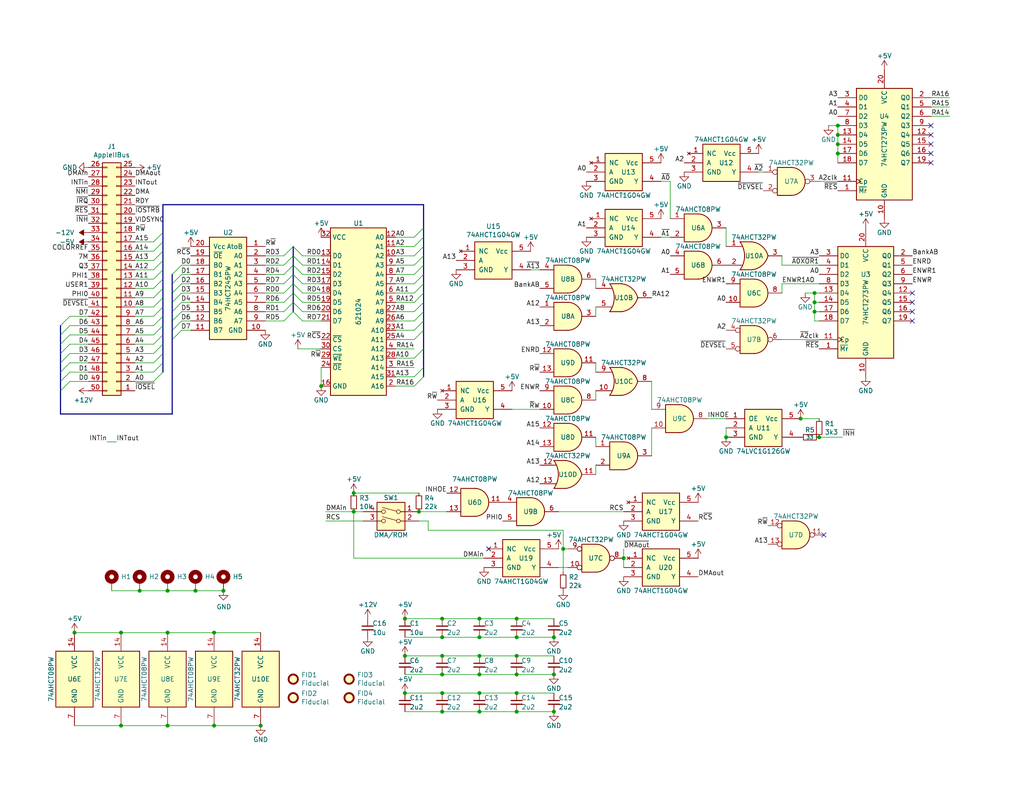
<source format=kicad_sch>
(kicad_sch (version 20211123) (generator eeschema)
  (paper "USLetter")
  (title_block (title "RAM128 (GW4208B)") (date "2021-02-24") (rev "1.0") (company "Garrett's Workshop"))
  (junction (at 120.65 179.07))
  (junction (at 223.52 119.38))
  (junction (at 110.49 189.23))
  (junction (at 198.12 119.38))
  (junction (at 151.13 194.31))
  (junction (at 130.81 168.91))
  (junction (at 120.65 173.99))
  (junction (at 120.65 194.31))
  (junction (at 120.65 168.91))
  (junction (at 130.81 179.07))
  (junction (at 140.97 168.91))
  (junction (at 228.6 36.83))
  (junction (at 71.12 198.12))
  (junction (at 58.42 198.12))
  (junction (at 140.97 173.99))
  (junction (at 130.81 189.23))
  (junction (at 120.65 189.23))
  (junction (at 53.34 161.29))
  (junction (at 140.97 184.15))
  (junction (at 130.81 184.15))
  (junction (at 228.6 34.29))
  (junction (at 45.72 161.29))
  (junction (at 45.72 198.12))
  (junction (at 222.25 82.55))
  (junction (at 33.02 172.72))
  (junction (at 218.44 114.3))
  (junction (at 38.1 161.29))
  (junction (at 96.52 139.7))
  (junction (at 170.18 152.4))
  (junction (at 151.13 184.15))
  (junction (at 87.63 105.41))
  (junction (at 151.13 173.99))
  (junction (at 228.6 39.37))
  (junction (at 140.97 179.07))
  (junction (at 60.96 161.29))
  (junction (at 110.49 168.91))
  (junction (at 228.6 41.91))
  (junction (at 45.72 172.72))
  (junction (at 33.02 198.12))
  (junction (at 222.25 80.01))
  (junction (at 114.3 139.7))
  (junction (at 120.65 184.15))
  (junction (at 130.81 173.99))
  (junction (at 153.67 149.86))
  (junction (at 140.97 194.31))
  (junction (at 140.97 189.23))
  (junction (at 96.52 134.62))
  (junction (at 222.25 85.09))
  (junction (at 20.32 172.72))
  (junction (at 130.81 194.31))
  (junction (at 110.49 179.07))
  (junction (at 58.42 172.72))
  (no_connect (at 254 36.83))
  (no_connect (at 248.92 80.01))
  (no_connect (at 254 34.29))
  (no_connect (at 248.92 82.55))
  (no_connect (at 254 41.91))
  (no_connect (at 254 44.45))
  (no_connect (at 133.35 149.86))
  (no_connect (at 248.92 87.63))
  (no_connect (at 248.92 85.09))
  (no_connect (at 224.79 146.05))
  (no_connect (at 254 39.37))
  (bus_entry (at 46.99 90.17) (size 2.54 -2.54))
  (bus_entry (at 115.57 62.23) (size -2.54 2.54))
  (bus_entry (at 80.01 69.85) (size 2.54 2.54))
  (bus_entry (at 115.57 72.39) (size -2.54 2.54))
  (bus_entry (at 46.99 87.63) (size 2.54 -2.54))
  (bus_entry (at 44.45 73.66) (size -2.54 2.54))
  (bus_entry (at 115.57 87.63) (size -2.54 2.54))
  (bus_entry (at 16.51 99.06) (size 2.54 -2.54))
  (bus_entry (at 115.57 64.77) (size -2.54 2.54))
  (bus_entry (at 46.99 77.47) (size 2.54 -2.54))
  (bus_entry (at 16.51 93.98) (size 2.54 -2.54))
  (bus_entry (at 44.45 63.5) (size -2.54 2.54))
  (bus_entry (at 44.45 81.28) (size -2.54 2.54))
  (bus_entry (at 16.51 88.9) (size 2.54 -2.54))
  (bus_entry (at 80.01 77.47) (size 2.54 2.54))
  (bus_entry (at 16.51 106.68) (size 2.54 -2.54))
  (bus_entry (at 46.99 80.01) (size 2.54 -2.54))
  (bus_entry (at 77.47 74.93) (size 2.54 -2.54))
  (bus_entry (at 115.57 67.31) (size -2.54 2.54))
  (bus_entry (at 77.47 69.85) (size 2.54 -2.54))
  (bus_entry (at 115.57 77.47) (size -2.54 2.54))
  (bus_entry (at 44.45 96.52) (size -2.54 2.54))
  (bus_entry (at 77.47 72.39) (size 2.54 -2.54))
  (bus_entry (at 80.01 80.01) (size 2.54 2.54))
  (bus_entry (at 44.45 93.98) (size -2.54 2.54))
  (bus_entry (at 44.45 101.6) (size -2.54 2.54))
  (bus_entry (at 115.57 90.17) (size -2.54 2.54))
  (bus_entry (at 44.45 71.12) (size -2.54 2.54))
  (bus_entry (at 44.45 78.74) (size -2.54 2.54))
  (bus_entry (at 46.99 92.71) (size 2.54 -2.54))
  (bus_entry (at 44.45 66.04) (size -2.54 2.54))
  (bus_entry (at 16.51 91.44) (size 2.54 -2.54))
  (bus_entry (at 44.45 99.06) (size -2.54 2.54))
  (bus_entry (at 80.01 82.55) (size 2.54 2.54))
  (bus_entry (at 44.45 68.58) (size -2.54 2.54))
  (bus_entry (at 115.57 85.09) (size -2.54 2.54))
  (bus_entry (at 46.99 85.09) (size 2.54 -2.54))
  (bus_entry (at 115.57 74.93) (size -2.54 2.54))
  (bus_entry (at 44.45 88.9) (size -2.54 2.54))
  (bus_entry (at 80.01 74.93) (size 2.54 2.54))
  (bus_entry (at 44.45 76.2) (size -2.54 2.54))
  (bus_entry (at 80.01 85.09) (size 2.54 2.54))
  (bus_entry (at 77.47 87.63) (size 2.54 -2.54))
  (bus_entry (at 44.45 91.44) (size -2.54 2.54))
  (bus_entry (at 80.01 72.39) (size 2.54 2.54))
  (bus_entry (at 16.51 101.6) (size 2.54 -2.54))
  (bus_entry (at 115.57 82.55) (size -2.54 2.54))
  (bus_entry (at 115.57 69.85) (size -2.54 2.54))
  (bus_entry (at 46.99 74.93) (size 2.54 -2.54))
  (bus_entry (at 44.45 83.82) (size -2.54 2.54))
  (bus_entry (at 44.45 86.36) (size -2.54 2.54))
  (bus_entry (at 46.99 82.55) (size 2.54 -2.54))
  (bus_entry (at 115.57 102.87) (size -2.54 2.54))
  (bus_entry (at 77.47 85.09) (size 2.54 -2.54))
  (bus_entry (at 115.57 100.33) (size -2.54 2.54))
  (bus_entry (at 115.57 95.25) (size -2.54 2.54))
  (bus_entry (at 77.47 77.47) (size 2.54 -2.54))
  (bus_entry (at 77.47 80.01) (size 2.54 -2.54))
  (bus_entry (at 80.01 67.31) (size 2.54 2.54))
  (bus_entry (at 16.51 104.14) (size 2.54 -2.54))
  (bus_entry (at 77.47 82.55) (size 2.54 -2.54))
  (bus_entry (at 16.51 96.52) (size 2.54 -2.54))
  (bus_entry (at 115.57 80.01) (size -2.54 2.54))
  (wire (pts (xy 36.83 96.52) (xy 41.91 96.52)))
  (bus (pts (xy 115.57 90.17) (xy 115.57 95.25)))
  (wire (pts (xy 45.72 161.29) (xy 38.1 161.29)))
  (wire (pts (xy 96.52 139.7) (xy 99.06 139.7)))
  (wire (pts (xy 218.44 114.3) (xy 223.52 114.3)))
  (wire (pts (xy 228.6 36.83) (xy 228.6 39.37)))
  (wire (pts (xy 130.81 173.99) (xy 140.97 173.99)))
  (wire (pts (xy 226.06 34.29) (xy 228.6 34.29)))
  (wire (pts (xy 19.05 101.6) (xy 24.13 101.6)))
  (bus (pts (xy 115.57 69.85) (xy 115.57 72.39)))
  (bus (pts (xy 44.45 63.5) (xy 44.45 66.04)))
  (wire (pts (xy 110.49 168.91) (xy 120.65 168.91)))
  (wire (pts (xy 198.12 62.23) (xy 198.12 67.31)))
  (wire (pts (xy 82.55 74.93) (xy 87.63 74.93)))
  (wire (pts (xy 87.63 100.33) (xy 87.63 105.41)))
  (wire (pts (xy 198.12 119.38) (xy 198.12 116.84)))
  (wire (pts (xy 77.47 87.63) (xy 72.39 87.63)))
  (wire (pts (xy 107.95 64.77) (xy 113.03 64.77)))
  (wire (pts (xy 36.83 71.12) (xy 41.91 71.12)))
  (wire (pts (xy 259.08 31.75) (xy 254 31.75)))
  (wire (pts (xy 120.65 189.23) (xy 130.81 189.23)))
  (wire (pts (xy 82.55 85.09) (xy 87.63 85.09)))
  (bus (pts (xy 16.51 93.98) (xy 16.51 96.52)))
  (bus (pts (xy 80.01 77.47) (xy 80.01 80.01)))
  (wire (pts (xy 49.53 90.17) (xy 52.07 90.17)))
  (wire (pts (xy 107.95 97.79) (xy 113.03 97.79)))
  (bus (pts (xy 115.57 55.88) (xy 44.45 55.88)))
  (wire (pts (xy 153.67 144.78) (xy 153.67 149.86)))
  (bus (pts (xy 115.57 95.25) (xy 115.57 100.33)))
  (wire (pts (xy 114.3 139.7) (xy 121.92 139.7)))
  (wire (pts (xy 223.52 92.71) (xy 213.36 92.71)))
  (wire (pts (xy 130.81 189.23) (xy 140.97 189.23)))
  (bus (pts (xy 16.51 96.52) (xy 16.51 99.06)))
  (wire (pts (xy 107.95 77.47) (xy 113.03 77.47)))
  (bus (pts (xy 46.99 90.17) (xy 46.99 92.71)))
  (bus (pts (xy 44.45 96.52) (xy 44.45 99.06)))
  (wire (pts (xy 88.9 142.24) (xy 99.06 142.24)))
  (bus (pts (xy 80.01 82.55) (xy 80.01 85.09)))
  (wire (pts (xy 162.56 119.38) (xy 162.56 121.92)))
  (wire (pts (xy 140.97 173.99) (xy 151.13 173.99)))
  (wire (pts (xy 223.52 87.63) (xy 222.25 87.63)))
  (wire (pts (xy 139.7 111.76) (xy 147.32 111.76)))
  (wire (pts (xy 77.47 69.85) (xy 72.39 69.85)))
  (wire (pts (xy 182.88 49.53) (xy 182.88 59.69)))
  (wire (pts (xy 49.53 72.39) (xy 52.07 72.39)))
  (bus (pts (xy 115.57 67.31) (xy 115.57 69.85)))
  (wire (pts (xy 19.05 86.36) (xy 24.13 86.36)))
  (wire (pts (xy 20.32 198.12) (xy 33.02 198.12)))
  (bus (pts (xy 16.51 104.14) (xy 16.51 106.68)))
  (bus (pts (xy 16.51 106.68) (xy 16.51 113.03)))
  (wire (pts (xy 120.65 173.99) (xy 130.81 173.99)))
  (bus (pts (xy 46.99 74.93) (xy 46.99 77.47)))
  (wire (pts (xy 222.25 85.09) (xy 222.25 82.55)))
  (wire (pts (xy 120.65 184.15) (xy 130.81 184.15)))
  (wire (pts (xy 116.84 144.78) (xy 116.84 142.24)))
  (wire (pts (xy 19.05 104.14) (xy 24.13 104.14)))
  (wire (pts (xy 77.47 74.93) (xy 72.39 74.93)))
  (wire (pts (xy 116.84 142.24) (xy 114.3 142.24)))
  (wire (pts (xy 120.65 189.23) (xy 110.49 189.23)))
  (wire (pts (xy 107.95 85.09) (xy 113.03 85.09)))
  (wire (pts (xy 198.12 114.3) (xy 193.04 114.3)))
  (wire (pts (xy 45.72 198.12) (xy 58.42 198.12)))
  (wire (pts (xy 88.9 139.7) (xy 96.52 139.7)))
  (bus (pts (xy 80.01 67.31) (xy 80.01 69.85)))
  (bus (pts (xy 80.01 74.93) (xy 80.01 77.47)))
  (wire (pts (xy 60.96 161.29) (xy 53.34 161.29)))
  (wire (pts (xy 130.81 168.91) (xy 140.97 168.91)))
  (wire (pts (xy 107.95 72.39) (xy 113.03 72.39)))
  (bus (pts (xy 115.57 55.88) (xy 115.57 62.23)))
  (wire (pts (xy 154.94 154.94) (xy 152.4 154.94)))
  (wire (pts (xy 177.8 116.84) (xy 177.8 124.46)))
  (wire (pts (xy 162.56 99.06) (xy 162.56 101.6)))
  (bus (pts (xy 16.51 91.44) (xy 16.51 93.98)))
  (bus (pts (xy 44.45 83.82) (xy 44.45 86.36)))
  (wire (pts (xy 120.65 194.31) (xy 130.81 194.31)))
  (wire (pts (xy 153.67 149.86) (xy 153.67 156.21)))
  (bus (pts (xy 115.57 100.33) (xy 115.57 102.87)))
  (wire (pts (xy 36.83 73.66) (xy 41.91 73.66)))
  (bus (pts (xy 46.99 77.47) (xy 46.99 80.01)))
  (bus (pts (xy 44.45 93.98) (xy 44.45 96.52)))
  (bus (pts (xy 115.57 85.09) (xy 115.57 87.63)))
  (wire (pts (xy 107.95 105.41) (xy 113.03 105.41)))
  (bus (pts (xy 115.57 77.47) (xy 115.57 80.01)))
  (bus (pts (xy 80.01 72.39) (xy 80.01 74.93)))
  (wire (pts (xy 19.05 93.98) (xy 24.13 93.98)))
  (wire (pts (xy 38.1 161.29) (xy 30.48 161.29)))
  (bus (pts (xy 115.57 82.55) (xy 115.57 85.09)))
  (wire (pts (xy 36.83 83.82) (xy 41.91 83.82)))
  (wire (pts (xy 19.05 88.9) (xy 24.13 88.9)))
  (wire (pts (xy 82.55 77.47) (xy 87.63 77.47)))
  (wire (pts (xy 120.65 168.91) (xy 130.81 168.91)))
  (wire (pts (xy 36.83 81.28) (xy 41.91 81.28)))
  (wire (pts (xy 130.81 194.31) (xy 140.97 194.31)))
  (wire (pts (xy 96.52 152.4) (xy 132.08 152.4)))
  (wire (pts (xy 81.28 95.25) (xy 87.63 95.25)))
  (wire (pts (xy 229.87 119.38) (xy 223.52 119.38)))
  (wire (pts (xy 213.36 69.85) (xy 213.36 72.39)))
  (wire (pts (xy 140.97 194.31) (xy 151.13 194.31)))
  (wire (pts (xy 152.4 139.7) (xy 170.18 139.7)))
  (wire (pts (xy 219.71 80.01) (xy 222.25 80.01)))
  (wire (pts (xy 223.52 85.09) (xy 222.25 85.09)))
  (wire (pts (xy 82.55 82.55) (xy 87.63 82.55)))
  (wire (pts (xy 114.3 134.62) (xy 96.52 134.62)))
  (wire (pts (xy 77.47 80.01) (xy 72.39 80.01)))
  (wire (pts (xy 36.83 99.06) (xy 41.91 99.06)))
  (wire (pts (xy 77.47 82.55) (xy 72.39 82.55)))
  (wire (pts (xy 153.67 144.78) (xy 116.84 144.78)))
  (wire (pts (xy 153.67 149.86) (xy 154.94 149.86)))
  (wire (pts (xy 96.52 139.7) (xy 96.52 152.4)))
  (wire (pts (xy 58.42 198.12) (xy 71.12 198.12)))
  (wire (pts (xy 182.88 64.77) (xy 180.34 64.77)))
  (wire (pts (xy 36.83 88.9) (xy 41.91 88.9)))
  (wire (pts (xy 107.95 100.33) (xy 113.03 100.33)))
  (wire (pts (xy 82.55 80.01) (xy 87.63 80.01)))
  (wire (pts (xy 36.83 93.98) (xy 41.91 93.98)))
  (wire (pts (xy 36.83 66.04) (xy 41.91 66.04)))
  (bus (pts (xy 46.99 92.71) (xy 46.99 113.03)))
  (wire (pts (xy 223.52 80.01) (xy 222.25 80.01)))
  (wire (pts (xy 36.83 104.14) (xy 41.91 104.14)))
  (bus (pts (xy 115.57 74.93) (xy 115.57 77.47)))
  (bus (pts (xy 16.51 99.06) (xy 16.51 101.6)))
  (wire (pts (xy 162.56 106.68) (xy 162.56 109.22)))
  (wire (pts (xy 140.97 189.23) (xy 151.13 189.23)))
  (wire (pts (xy 107.95 80.01) (xy 113.03 80.01)))
  (wire (pts (xy 49.53 85.09) (xy 52.07 85.09)))
  (bus (pts (xy 46.99 82.55) (xy 46.99 85.09)))
  (bus (pts (xy 44.45 78.74) (xy 44.45 81.28)))
  (wire (pts (xy 45.72 172.72) (xy 58.42 172.72)))
  (wire (pts (xy 36.83 76.2) (xy 41.91 76.2)))
  (wire (pts (xy 140.97 184.15) (xy 151.13 184.15)))
  (wire (pts (xy 107.95 82.55) (xy 113.03 82.55)))
  (wire (pts (xy 53.34 161.29) (xy 45.72 161.29)))
  (bus (pts (xy 115.57 62.23) (xy 115.57 64.77)))
  (bus (pts (xy 115.57 80.01) (xy 115.57 82.55)))
  (wire (pts (xy 107.95 90.17) (xy 113.03 90.17)))
  (wire (pts (xy 107.95 95.25) (xy 113.03 95.25)))
  (wire (pts (xy 107.95 102.87) (xy 113.03 102.87)))
  (bus (pts (xy 44.45 81.28) (xy 44.45 83.82)))
  (wire (pts (xy 107.95 87.63) (xy 113.03 87.63)))
  (wire (pts (xy 77.47 85.09) (xy 72.39 85.09)))
  (bus (pts (xy 44.45 99.06) (xy 44.45 101.6)))
  (bus (pts (xy 44.45 76.2) (xy 44.45 78.74)))
  (wire (pts (xy 33.02 198.12) (xy 45.72 198.12)))
  (wire (pts (xy 36.83 68.58) (xy 41.91 68.58)))
  (bus (pts (xy 44.45 73.66) (xy 44.45 76.2)))
  (wire (pts (xy 222.25 87.63) (xy 222.25 85.09)))
  (bus (pts (xy 46.99 113.03) (xy 16.51 113.03)))
  (wire (pts (xy 228.6 41.91) (xy 228.6 44.45)))
  (wire (pts (xy 110.49 194.31) (xy 120.65 194.31)))
  (wire (pts (xy 120.65 179.07) (xy 110.49 179.07)))
  (bus (pts (xy 46.99 85.09) (xy 46.99 87.63)))
  (wire (pts (xy 213.36 77.47) (xy 213.36 80.01)))
  (wire (pts (xy 107.95 69.85) (xy 113.03 69.85)))
  (wire (pts (xy 207.01 46.99) (xy 208.28 46.99)))
  (wire (pts (xy 82.55 69.85) (xy 87.63 69.85)))
  (wire (pts (xy 58.42 172.72) (xy 71.12 172.72)))
  (wire (pts (xy 20.32 172.72) (xy 33.02 172.72)))
  (bus (pts (xy 115.57 64.77) (xy 115.57 67.31)))
  (bus (pts (xy 44.45 88.9) (xy 44.45 91.44)))
  (bus (pts (xy 44.45 86.36) (xy 44.45 88.9)))
  (wire (pts (xy 36.83 78.74) (xy 41.91 78.74)))
  (wire (pts (xy 19.05 96.52) (xy 24.13 96.52)))
  (wire (pts (xy 259.08 26.67) (xy 254 26.67)))
  (wire (pts (xy 170.18 152.4) (xy 170.18 149.86)))
  (wire (pts (xy 140.97 168.91) (xy 151.13 168.91)))
  (wire (pts (xy 170.18 152.4) (xy 170.18 154.94)))
  (wire (pts (xy 110.49 184.15) (xy 120.65 184.15)))
  (bus (pts (xy 46.99 80.01) (xy 46.99 82.55)))
  (wire (pts (xy 19.05 99.06) (xy 24.13 99.06)))
  (wire (pts (xy 110.49 173.99) (xy 120.65 173.99)))
  (bus (pts (xy 16.51 101.6) (xy 16.51 104.14)))
  (wire (pts (xy 49.53 77.47) (xy 52.07 77.47)))
  (wire (pts (xy 162.56 78.74) (xy 162.56 76.2)))
  (bus (pts (xy 115.57 87.63) (xy 115.57 90.17)))
  (bus (pts (xy 44.45 71.12) (xy 44.45 73.66)))
  (bus (pts (xy 44.45 91.44) (xy 44.45 93.98)))
  (wire (pts (xy 49.53 80.01) (xy 52.07 80.01)))
  (wire (pts (xy 162.56 127) (xy 162.56 129.54)))
  (wire (pts (xy 140.97 179.07) (xy 151.13 179.07)))
  (wire (pts (xy 120.65 179.07) (xy 130.81 179.07)))
  (wire (pts (xy 82.55 72.39) (xy 87.63 72.39)))
  (wire (pts (xy 107.95 92.71) (xy 113.03 92.71)))
  (bus (pts (xy 44.45 68.58) (xy 44.45 71.12)))
  (wire (pts (xy 222.25 80.01) (xy 222.25 82.55)))
  (wire (pts (xy 77.47 77.47) (xy 72.39 77.47)))
  (wire (pts (xy 33.02 172.72) (xy 45.72 172.72)))
  (bus (pts (xy 115.57 72.39) (xy 115.57 74.93)))
  (wire (pts (xy 177.8 104.14) (xy 177.8 111.76)))
  (wire (pts (xy 228.6 34.29) (xy 228.6 36.83)))
  (wire (pts (xy 19.05 91.44) (xy 24.13 91.44)))
  (wire (pts (xy 49.53 87.63) (xy 52.07 87.63)))
  (wire (pts (xy 107.95 74.93) (xy 113.03 74.93)))
  (wire (pts (xy 180.34 49.53) (xy 182.88 49.53)))
  (wire (pts (xy 223.52 82.55) (xy 222.25 82.55)))
  (bus (pts (xy 44.45 66.04) (xy 44.45 68.58)))
  (wire (pts (xy 31.75 120.65) (xy 29.21 120.65)))
  (wire (pts (xy 36.83 86.36) (xy 41.91 86.36)))
  (wire (pts (xy 36.83 101.6) (xy 41.91 101.6)))
  (bus (pts (xy 16.51 88.9) (xy 16.51 91.44)))
  (wire (pts (xy 36.83 91.44) (xy 41.91 91.44)))
  (wire (pts (xy 228.6 39.37) (xy 228.6 41.91)))
  (wire (pts (xy 223.52 49.53) (xy 228.6 49.53)))
  (wire (pts (xy 213.36 72.39) (xy 223.52 72.39)))
  (wire (pts (xy 82.55 87.63) (xy 87.63 87.63)))
  (bus (pts (xy 80.01 69.85) (xy 80.01 72.39)))
  (wire (pts (xy 254 29.21) (xy 259.08 29.21)))
  (wire (pts (xy 130.81 184.15) (xy 140.97 184.15)))
  (wire (pts (xy 144.78 73.66) (xy 147.32 73.66)))
  (wire (pts (xy 162.56 83.82) (xy 162.56 86.36)))
  (wire (pts (xy 130.81 179.07) (xy 140.97 179.07)))
  (bus (pts (xy 46.99 87.63) (xy 46.99 90.17)))
  (wire (pts (xy 107.95 67.31) (xy 113.03 67.31)))
  (wire (pts (xy 77.47 72.39) (xy 72.39 72.39)))
  (wire (pts (xy 49.53 74.93) (xy 52.07 74.93)))
  (wire (pts (xy 49.53 82.55) (xy 52.07 82.55)))
  (bus (pts (xy 44.45 55.88) (xy 44.45 63.5)))
  (wire (pts (xy 213.36 77.47) (xy 223.52 77.47)))
  (bus (pts (xy 80.01 80.01) (xy 80.01 82.55)))
  (label "INTout" (at 31.75 120.65 0))
  (label "~{RES}" (at 228.6 52.07 180))
  (label "D3" (at 24.13 96.52 180))
  (label "~{R}W" (at 147.32 111.76 180))
  (label "RD7" (at 72.39 77.47 0))
  (label "A13" (at 36.83 71.12 0))
  (label "A0" (at 228.6 31.75 180))
  (label "A2" (at 36.83 99.06 0))
  (label "RD2" (at 87.63 74.93 180))
  (label "A14" (at 36.83 68.58 0))
  (label "A8" (at 36.83 83.82 0))
  (label "RA16" (at 113.03 105.41 180))
  (label "A2clk" (at 228.6 49.53 180))
  (label "RD6" (at 72.39 82.55 0))
  (label "D5" (at 24.13 91.44 180))
  (label "PHI0" (at 137.16 142.24 180))
  (label "~{DEVSEL}" (at 198.12 95.25 180))
  (label "A1" (at 36.83 101.6 0))
  (label "D0" (at 52.07 72.39 180))
  (label "~{IOSTRB}" (at 36.83 58.42 0))
  (label "A0" (at 223.52 74.93 180))
  (label "A0" (at 198.12 82.55 180))
  (label "~{RES}" (at 223.52 95.25 180))
  (label "A10" (at 36.83 78.74 0))
  (label "ENWR1" (at 198.12 77.47 180))
  (label "A13" (at 124.46 71.12 180))
  (label "A6" (at 36.83 88.9 0))
  (label "RD1" (at 72.39 85.09 0))
  (label "A1" (at 160.02 62.23 180))
  (label "R~{W}" (at 72.39 67.31 0))
  (label "D0" (at 24.13 104.14 180))
  (label "ENWR" (at 248.92 77.47 0))
  (label "A11" (at 107.95 80.01 0))
  (label "A5" (at 107.95 72.39 0))
  (label "INHOE" (at 193.04 114.3 0))
  (label "A13" (at 107.95 102.87 0))
  (label "R~{W}" (at 209.55 143.51 180))
  (label "D3" (at 52.07 80.01 180))
  (label "A3" (at 107.95 69.85 0))
  (label "RA14" (at 113.03 95.25 180))
  (label "A2" (at 107.95 67.31 0))
  (label "USER1" (at 24.13 78.74 180))
  (label "D7" (at 24.13 86.36 180))
  (label "ENRD" (at 147.32 96.52 180))
  (label "INHOE" (at 121.92 134.62 180))
  (label "~{INH}" (at 24.13 60.96 180))
  (label "D7" (at 52.07 90.17 180))
  (label "INTin" (at 29.21 120.65 180))
  (label "A4" (at 107.95 92.71 0))
  (label "A1" (at 228.6 29.21 180))
  (label "A7" (at 107.95 74.93 0))
  (label "R~{W}" (at 36.83 63.5 0))
  (label "DMAin" (at 24.13 48.26 180))
  (label "ENWR1A0" (at 213.36 77.47 0))
  (label "RA12" (at 177.8 81.28 0))
  (label "~{A1}" (at 182.88 64.77 180))
  (label "A7" (at 36.83 86.36 0))
  (label "A3" (at 36.83 96.52 0))
  (label "~{IRQ}" (at 24.13 55.88 180))
  (label "RD5" (at 87.63 82.55 180))
  (label "R~{W}" (at 87.63 97.79 180))
  (label "D4" (at 52.07 82.55 180))
  (label "~{A2}clk" (at 223.52 92.71 180))
  (label "R~{W}" (at 147.32 101.6 180))
  (label "D2" (at 52.07 77.47 180))
  (label "RA15" (at 259.08 29.21 180))
  (label "A12" (at 147.32 83.82 180))
  (label "A3" (at 223.52 69.85 180))
  (label "~{IOSEL}" (at 36.83 106.68 0))
  (label "~{DEVSEL}" (at 24.13 83.82 180))
  (label "~{RES}" (at 24.13 58.42 180))
  (label "A15" (at 36.83 66.04 0))
  (label "BankAB" (at 248.92 69.85 0))
  (label "RA14" (at 259.08 31.75 180))
  (label "A0" (at 36.83 104.14 0))
  (label "A12" (at 147.32 132.08 180))
  (label "D1" (at 24.13 101.6 180))
  (label "RD0" (at 72.39 80.01 0))
  (label "PHI1" (at 24.13 76.2 180))
  (label "A8" (at 107.95 85.09 0))
  (label "A1" (at 182.88 74.93 180))
  (label "RD6" (at 87.63 85.09 180))
  (label "A3" (at 228.6 26.67 180))
  (label "D6" (at 52.07 87.63 180))
  (label "RA12" (at 107.95 82.55 0))
  (label "INTout" (at 36.83 50.8 0))
  (label "R~{W}" (at 119.38 109.22 180))
  (label "DMAin" (at 132.08 152.4 180))
  (label "A12" (at 36.83 73.66 0))
  (label "RD3" (at 87.63 77.47 180))
  (label "~{INH}" (at 229.87 119.38 0))
  (label "A9" (at 107.95 77.47 0))
  (label "BankAB" (at 147.32 78.74 180))
  (label "~{DEVSEL}" (at 208.28 52.07 180))
  (label "~{DMAout}" (at 170.18 149.86 0))
  (label "A1" (at 107.95 90.17 0))
  (label "~{NMI}" (at 24.13 53.34 180))
  (label "D2" (at 24.13 99.06 180))
  (label "RCS" (at 88.9 142.24 0))
  (label "INTin" (at 24.13 50.8 180))
  (label "A11" (at 36.83 76.2 0))
  (label "RCS" (at 170.18 139.7 180))
  (label "A14" (at 147.32 121.92 180))
  (label "~{A2}" (at 208.28 46.99 180))
  (label "RD1" (at 87.63 72.39 180))
  (label "A0" (at 182.88 69.85 180))
  (label "RD4" (at 72.39 74.93 0))
  (label "PHI0" (at 24.13 81.28 180))
  (label "D5" (at 52.07 85.09 180))
  (label "A2" (at 186.69 44.45 180))
  (label "VIDSYNC" (at 36.83 60.96 0))
  (label "Q3" (at 24.13 73.66 180))
  (label "A6" (at 107.95 87.63 0))
  (label "DMAin" (at 88.9 139.7 0))
  (label "DMAout" (at 36.83 48.26 0))
  (label "RD7" (at 87.63 87.63 180))
  (label "A5" (at 36.83 91.44 0))
  (label "7M" (at 24.13 71.12 180))
  (label "A0" (at 160.02 46.99 180))
  (label "RD4" (at 87.63 80.01 180))
  (label "RD3" (at 72.39 69.85 0))
  (label "R~{CS}" (at 87.63 92.71 180))
  (label "A13" (at 147.32 127 180))
  (label "A0" (at 107.95 64.77 0))
  (label "DMA" (at 36.83 53.34 0))
  (label "A4" (at 36.83 93.98 0))
  (label "RA16" (at 259.08 26.67 180))
  (label "DMAout" (at 190.5 157.48 0))
  (label "R~{CS}" (at 190.5 142.24 0))
  (label "D6" (at 24.13 88.9 180))
  (label "A2" (at 198.12 90.17 180))
  (label "R~{CS}" (at 52.07 69.85 180))
  (label "RA15" (at 113.03 100.33 180))
  (label "RD0" (at 87.63 69.85 180))
  (label "RD2" (at 72.39 72.39 0))
  (label "ENRD" (at 248.92 72.39 0))
  (label "D1" (at 52.07 74.93 180))
  (label "RDY" (at 36.83 55.88 0))
  (label "ENWR" (at 147.32 106.68 180))
  (label "A13" (at 209.55 148.59 180))
  (label "ENWR1" (at 248.92 74.93 0))
  (label "A9" (at 36.83 81.28 0))
  (label "~{A0XOR1}" (at 223.52 72.39 180))
  (label "A13" (at 147.32 88.9 180))
  (label "~{A0}" (at 182.88 49.53 180))
  (label "A15" (at 147.32 116.84 180))
  (label "RD5" (at 72.39 87.63 0))
  (label "D4" (at 24.13 93.98 180))
  (label "A10" (at 107.95 97.79 0))
  (label "COLORREF" (at 24.13 68.58 180))
  (label "~{A13}" (at 147.32 73.66 180))
  (symbol (lib_id "Mechanical:MountingHole_Pad") (at 53.34 158.75 0) (unit 1)
    (property "Reference" "H4" (at 55.88 157.4546 0) (effects (justify left)))
    (property "Value" " " (at 55.88 159.766 0) (effects (justify left)))
    (property "Footprint" "stdpads:PasteHole_1.152mm_NPTH" (effects hide))
  )
  (symbol (lib_id "Connector_Generic:Conn_02x25_Counter_Clockwise") (at 31.75 76.2 180) (unit 1)
    (property "Reference" "J1" (at 30.48 40.005 0))
    (property "Value" "AppleIIBus" (at 30.48 42.3164 0))
    (property "Footprint" "stdpads:AppleIIBus_Edge" (effects hide))
  )
  (symbol (lib_id "power:-12V") (at 24.13 63.5 90) (unit 1)
    (property "Reference" "#PWR0102" (effects hide))
    (property "Value" "-12V" (at 20.32 63.5 90) (effects (justify left)))
  )
  (symbol (lib_id "power:-5V") (at 24.13 66.04 90) (unit 1)
    (property "Reference" "#PWR0101" (effects hide))
    (property "Value" "-5V" (at 20.32 66.04 90) (effects (justify left)))
  )
  (symbol (lib_id "power:+12V") (at 24.13 106.68 90) (unit 1)
    (property "Reference" "#PWR0103" (effects hide))
    (property "Value" "+12V" (at 25.4 109.22 90) (effects (justify left)))
  )
  (symbol (lib_id "power:GND") (at 24.13 45.72 270) (mirror x) (unit 1)
    (property "Reference" "#PWR0108" (effects hide))
    (property "Value" "GND" (at 19.05 45.72 90))
  )
  (symbol (lib_id "power:+5V") (at 36.83 45.72 270) (unit 1)
    (property "Reference" "#PWR0109" (effects hide))
    (property "Value" "+5V" (at 41.91 45.72 90))
  )
  (symbol (lib_id "Device:C_Small") (at 130.81 171.45 0) (unit 1)
    (property "Reference" "C3" (at 132.08 170.18 0) (effects (justify left)))
    (property "Value" "2u2" (at 132.08 172.72 0) (effects (justify left)))
    (property "Footprint" "stdpads:C_0603" (effects hide))
    (property "LCSC Part" "C23630" (effects hide))
  )
  (symbol (lib_id "Device:C_Small") (at 120.65 171.45 0) (unit 1)
    (property "Reference" "C2" (at 121.92 170.18 0) (effects (justify left)))
    (property "Value" "2u2" (at 121.92 172.72 0) (effects (justify left)))
    (property "Footprint" "stdpads:C_0603" (effects hide))
    (property "LCSC Part" "C23630" (effects hide))
  )
  (symbol (lib_id "power:GND") (at 151.13 173.99 0) (unit 1)
    (property "Reference" "#PWR0110" (effects hide))
    (property "Value" "GND" (at 151.13 177.8 0))
  )
  (symbol (lib_id "Mechanical:Fiducial") (at 80.01 185.42 0) (unit 1)
    (property "Reference" "FID1" (at 82.169 184.2516 0) (effects (justify left)))
    (property "Value" "Fiducial" (at 82.169 186.563 0) (effects (justify left)))
    (property "Footprint" "stdpads:Fiducial" (effects hide))
  )
  (symbol (lib_id "Mechanical:Fiducial") (at 80.01 190.5 0) (unit 1)
    (property "Reference" "FID2" (at 82.169 189.3316 0) (effects (justify left)))
    (property "Value" "Fiducial" (at 82.169 191.643 0) (effects (justify left)))
    (property "Footprint" "stdpads:Fiducial" (effects hide))
  )
  (symbol (lib_id "Mechanical:Fiducial") (at 95.25 185.42 0) (unit 1)
    (property "Reference" "FID3" (at 97.409 184.2516 0) (effects (justify left)))
    (property "Value" "Fiducial" (at 97.409 186.563 0) (effects (justify left)))
    (property "Footprint" "stdpads:Fiducial" (effects hide))
  )
  (symbol (lib_id "Mechanical:Fiducial") (at 95.25 190.5 0) (unit 1)
    (property "Reference" "FID4" (at 97.409 189.3316 0) (effects (justify left)))
    (property "Value" "Fiducial" (at 97.409 191.643 0) (effects (justify left)))
    (property "Footprint" "stdpads:Fiducial" (effects hide))
  )
  (symbol (lib_id "power:+5V") (at 87.63 64.77 0) (unit 1)
    (property "Reference" "#PWR0106" (effects hide))
    (property "Value" "+5V" (at 87.63 60.96 0))
  )
  (symbol (lib_id "power:GND") (at 87.63 105.41 0) (unit 1)
    (property "Reference" "#PWR0107" (effects hide))
    (property "Value" "GND" (at 87.63 109.22 0))
  )
  (symbol (lib_id "Device:R_Small") (at 223.52 116.84 0) (unit 1)
    (property "Reference" "R1" (at 225.0186 115.6716 0) (effects (justify left)))
    (property "Value" "3k3" (at 225.0186 117.983 0) (effects (justify left)))
    (property "Footprint" "stdpads:R_0805" (effects hide))
    (property "LCSC Part" "C26010" (effects hide))
  )
  (symbol (lib_id "Device:C_Small") (at 100.33 171.45 0) (unit 1)
    (property "Reference" "C16" (at 101.6 170.18 0) (effects (justify left)))
    (property "Value" "10u" (at 101.6 172.72 0) (effects (justify left)))
    (property "Footprint" "stdpads:C_0805" (effects hide))
    (property "LCSC Part" "C15850" (effects hide))
  )
  (symbol (lib_id "power:+12V") (at 100.33 168.91 0) (mirror y) (unit 1)
    (property "Reference" "#PWR0128" (effects hide))
    (property "Value" "+12V" (at 100.33 165.1 0))
  )
  (symbol (lib_id "Device:C_Small") (at 110.49 181.61 0) (unit 1)
    (property "Reference" "C6" (at 111.76 180.34 0) (effects (justify left)))
    (property "Value" "2u2" (at 111.76 182.88 0) (effects (justify left)))
    (property "Footprint" "stdpads:C_0603" (effects hide))
    (property "LCSC Part" "C23630" (effects hide))
  )
  (symbol (lib_id "Device:C_Small") (at 110.49 171.45 0) (unit 1)
    (property "Reference" "C1" (at 111.76 170.18 0) (effects (justify left)))
    (property "Value" "10u" (at 111.76 172.72 0) (effects (justify left)))
    (property "Footprint" "stdpads:C_0805" (effects hide))
    (property "LCSC Part" "C15850" (effects hide))
  )
  (symbol (lib_id "74xx:74LS32") (at 215.9 49.53 0) (unit 1) (convert 2)
    (property "Reference" "U7" (at 215.9 49.53 0))
    (property "Value" "74AHCT32PW" (at 215.9 44.45 0))
    (property "Footprint" "stdpads:TSSOP-14_4.4x5mm_P0.65mm" (effects hide))
    (property "Datasheet" "http://www.ti.com/lit/gpn/sn74LS32" (effects hide))
    (property "LCSC Part" "C129435" (effects hide))
  )
  (symbol (lib_id "74xx:74LS32") (at 205.74 92.71 0) (unit 2) (convert 2)
    (property "Reference" "U7" (at 205.74 92.71 0))
    (property "Value" "74AHCT32PW" (at 205.74 87.63 0))
    (property "Footprint" "stdpads:TSSOP-14_4.4x5mm_P0.65mm" (effects hide))
    (property "Datasheet" "http://www.ti.com/lit/gpn/sn74LS32" (effects hide))
    (property "LCSC Part" "C129435" (effects hide))
  )
  (symbol (lib_id "GW_Logic:74245") (at 62.23 78.74 0) (mirror y) (unit 1)
    (property "Reference" "U2" (at 62.23 63.5 0))
    (property "Value" "74HCT245PW" (at 62.23 78.74 90))
    (property "Footprint" "stdpads:TSSOP-20_4.4x6.5mm_P0.65mm" (effects hide))
    (property "LCSC Part" "C5980" (effects hide))
  )
  (symbol (lib_id "power:GND") (at 72.39 90.17 0) (unit 1)
    (property "Reference" "#PWR0104" (effects hide))
    (property "Value" "GND" (at 72.39 93.98 0))
  )
  (symbol (lib_id "power:+5V") (at 52.07 67.31 0) (unit 1)
    (property "Reference" "#PWR0105" (effects hide))
    (property "Value" "+5V" (at 52.07 63.5 0))
  )
  (symbol (lib_id "74xx:74LS273") (at 236.22 82.55 0) (unit 1)
    (property "Reference" "U3" (at 236.22 74.93 0))
    (property "Value" "74HCT273PW" (at 236.22 82.55 90))
    (property "Footprint" "stdpads:TSSOP-20_4.4x6.5mm_P0.65mm" (effects hide))
    (property "Datasheet" "http://www.ti.com/lit/gpn/sn74LS273" (effects hide))
    (property "LCSC Part" "C5983" (effects hide))
  )
  (symbol (lib_id "74xx:74LS273") (at 241.3 39.37 0) (unit 1)
    (property "Reference" "U4" (at 241.3 31.75 0))
    (property "Value" "74HCT273PW" (at 241.3 39.37 90))
    (property "Footprint" "stdpads:TSSOP-20_4.4x6.5mm_P0.65mm" (effects hide))
    (property "Datasheet" "http://www.ti.com/lit/gpn/sn74LS273" (effects hide))
    (property "LCSC Part" "C5983" (effects hide))
  )
  (symbol (lib_id "Device:R_Small") (at 153.67 158.75 0) (unit 1)
    (property "Reference" "R2" (at 155.1686 157.5816 0) (effects (justify left)))
    (property "Value" "22k" (at 155.1686 159.893 0) (effects (justify left)))
    (property "Footprint" "stdpads:R_0805" (effects hide))
    (property "LCSC Part" "C17560" (effects hide))
  )
  (symbol (lib_id "power:GND") (at 153.67 161.29 0) (unit 1)
    (property "Reference" "#PWR0123" (effects hide))
    (property "Value" "GND" (at 153.67 165.1 0))
  )
  (symbol (lib_id "power:GND") (at 226.06 34.29 0) (unit 1)
    (property "Reference" "#PWR0112" (effects hide))
    (property "Value" "GND" (at 226.06 38.1 0))
  )
  (symbol (lib_id "GW_Logic:741G04GW") (at 134.62 71.12 0) (unit 1)
    (property "Reference" "U15" (at 134.62 61.7982 0))
    (property "Value" "74AHCT1G04GW" (at 134.62 64.1096 0))
    (property "Footprint" "stdpads:SOT-353" (effects hide))
    (property "LCSC Part" "C148199" (effects hide))
  )
  (symbol (lib_id "power:GND") (at 124.46 73.66 0) (unit 1)
    (property "Reference" "#PWR0124" (effects hide))
    (property "Value" "GND" (at 124.46 77.47 0))
  )
  (symbol (lib_id "power:+5V") (at 144.78 68.58 0) (unit 1)
    (property "Reference" "#PWR0127" (effects hide))
    (property "Value" "+5V" (at 144.78 64.77 0))
  )
  (symbol (lib_id "power:GND") (at 219.71 80.01 0) (unit 1)
    (property "Reference" "#PWR0125" (effects hide))
    (property "Value" "GND" (at 219.71 83.82 0))
  )
  (symbol (lib_id "GW_Logic:741G04GW") (at 170.18 46.99 0) (unit 1)
    (property "Reference" "U13" (at 171.45 46.99 0))
    (property "Value" "74AHCT1G04GW" (at 170.18 53.34 0))
    (property "Footprint" "stdpads:SOT-353" (effects hide))
    (property "LCSC Part" "C148199" (effects hide))
  )
  (symbol (lib_id "power:GND") (at 160.02 49.53 0) (unit 1)
    (property "Reference" "#PWR0129" (effects hide))
    (property "Value" "GND" (at 160.02 53.34 0))
  )
  (symbol (lib_id "GW_Logic:741G04GW") (at 170.18 62.23 0) (unit 1)
    (property "Reference" "U14" (at 171.45 62.23 0))
    (property "Value" "74AHCT1G04GW" (at 170.18 68.58 0))
    (property "Footprint" "stdpads:SOT-353" (effects hide))
    (property "LCSC Part" "C148199" (effects hide))
  )
  (symbol (lib_id "power:GND") (at 160.02 64.77 0) (unit 1)
    (property "Reference" "#PWR0130" (effects hide))
    (property "Value" "GND" (at 160.02 68.58 0))
  )
  (symbol (lib_id "power:+5V") (at 180.34 44.45 0) (unit 1)
    (property "Reference" "#PWR0131" (effects hide))
    (property "Value" "+5V" (at 180.34 40.64 0))
  )
  (symbol (lib_id "power:+5V") (at 180.34 59.69 0) (unit 1)
    (property "Reference" "#PWR0133" (effects hide))
    (property "Value" "+5V" (at 180.34 55.88 0))
  )
  (symbol (lib_id "GW_Logic:741G04GW") (at 180.34 154.94 0) (unit 1)
    (property "Reference" "U20" (at 181.61 154.94 0))
    (property "Value" "74AHCT1G04GW" (at 180.34 161.29 0))
    (property "Footprint" "stdpads:SOT-353" (effects hide))
    (property "LCSC Part" "C148199" (effects hide))
  )
  (symbol (lib_id "power:GND") (at 170.18 157.48 0) (unit 1)
    (property "Reference" "#PWR0136" (effects hide))
    (property "Value" "GND" (at 170.18 161.29 0))
  )
  (symbol (lib_id "power:+5V") (at 190.5 152.4 0) (unit 1)
    (property "Reference" "#PWR0137" (effects hide))
    (property "Value" "+5V" (at 190.5 148.59 0))
  )
  (symbol (lib_id "GW_Logic:741G04GW") (at 142.24 152.4 0) (unit 1)
    (property "Reference" "U19" (at 143.51 152.4 0))
    (property "Value" "74AHCT1G04GW" (at 142.24 158.75 0))
    (property "Footprint" "stdpads:SOT-353" (effects hide))
    (property "LCSC Part" "C148199" (effects hide))
  )
  (symbol (lib_id "power:GND") (at 132.08 154.94 0) (unit 1)
    (property "Reference" "#PWR0138" (effects hide))
    (property "Value" "GND" (at 132.08 158.75 0))
  )
  (symbol (lib_id "power:+5V") (at 152.4 149.86 0) (unit 1)
    (property "Reference" "#PWR0139" (effects hide))
    (property "Value" "+5V" (at 151.13 146.05 0))
  )
  (symbol (lib_id "GW_Logic:741G04GW") (at 196.85 44.45 0) (unit 1)
    (property "Reference" "U12" (at 198.12 44.45 0))
    (property "Value" "74AHCT1G04GW" (at 196.85 38.1 0))
    (property "Footprint" "stdpads:SOT-353" (effects hide))
    (property "LCSC Part" "C148199" (effects hide))
  )
  (symbol (lib_id "power:GND") (at 186.69 46.99 0) (unit 1)
    (property "Reference" "#PWR0140" (effects hide))
    (property "Value" "GND" (at 186.69 50.8 0))
  )
  (symbol (lib_id "power:+5V") (at 207.01 41.91 0) (unit 1)
    (property "Reference" "#PWR0141" (effects hide))
    (property "Value" "+5V" (at 207.01 38.1 0))
  )
  (symbol (lib_id "GW_Logic:741G04GW") (at 129.54 109.22 0) (unit 1)
    (property "Reference" "U16" (at 130.81 109.22 0))
    (property "Value" "74AHCT1G04GW" (at 129.54 115.57 0))
    (property "Footprint" "stdpads:SOT-353" (effects hide))
    (property "LCSC Part" "C148199" (effects hide))
  )
  (symbol (lib_id "power:GND") (at 119.38 111.76 0) (unit 1)
    (property "Reference" "#PWR0142" (effects hide))
    (property "Value" "GND" (at 119.38 115.57 0))
  )
  (symbol (lib_id "power:+5V") (at 139.7 106.68 0) (unit 1)
    (property "Reference" "#PWR0143" (effects hide))
    (property "Value" "+5V" (at 139.7 102.87 0))
  )
  (symbol (lib_id "GW_Logic:741G04GW") (at 180.34 139.7 0) (unit 1)
    (property "Reference" "U17" (at 181.61 139.7 0))
    (property "Value" "74AHCT1G04GW" (at 180.34 146.05 0))
    (property "Footprint" "stdpads:SOT-353" (effects hide))
    (property "LCSC Part" "C148199" (effects hide))
  )
  (symbol (lib_id "power:GND") (at 170.18 142.24 0) (unit 1)
    (property "Reference" "#PWR0144" (effects hide))
    (property "Value" "GND" (at 170.18 146.05 0))
  )
  (symbol (lib_id "power:+5V") (at 190.5 137.16 0) (unit 1)
    (property "Reference" "#PWR0145" (effects hide))
    (property "Value" "+5V" (at 190.5 133.35 0))
  )
  (symbol (lib_id "74xx:74LS32") (at 217.17 146.05 0) (unit 4) (convert 2)
    (property "Reference" "U7" (at 217.17 146.05 0))
    (property "Value" "74AHCT32PW" (at 217.17 140.97 0))
    (property "Footprint" "stdpads:TSSOP-14_4.4x5mm_P0.65mm" (effects hide))
    (property "Datasheet" "http://www.ti.com/lit/gpn/sn74LS32" (effects hide))
    (property "LCSC Part" "C129435" (effects hide))
  )
  (symbol (lib_id "Device:C_Small") (at 151.13 171.45 0) (unit 1)
    (property "Reference" "C5" (at 152.4 170.18 0) (effects (justify left)))
    (property "Value" "2u2" (at 152.4 172.72 0) (effects (justify left)))
    (property "Footprint" "stdpads:C_0603" (effects hide))
    (property "LCSC Part" "C23630" (effects hide))
  )
  (symbol (lib_id "Device:C_Small") (at 110.49 191.77 0) (unit 1)
    (property "Reference" "C11" (at 111.76 190.5 0) (effects (justify left)))
    (property "Value" "2u2" (at 111.76 193.04 0) (effects (justify left)))
    (property "Footprint" "stdpads:C_0603" (effects hide))
    (property "LCSC Part" "C23630" (effects hide))
  )
  (symbol (lib_id "power:GND") (at 100.33 173.99 0) (unit 1)
    (property "Reference" "#PWR0146" (effects hide))
    (property "Value" "GND" (at 100.33 177.8 0))
  )
  (symbol (lib_id "Device:C_Small") (at 130.81 191.77 0) (unit 1)
    (property "Reference" "C13" (at 132.08 190.5 0) (effects (justify left)))
    (property "Value" "2u2" (at 132.08 193.04 0) (effects (justify left)))
    (property "Footprint" "stdpads:C_0603" (effects hide))
    (property "LCSC Part" "C23630" (effects hide))
  )
  (symbol (lib_id "power:+5V") (at 110.49 189.23 0) (unit 1)
    (property "Reference" "#PWR0147" (effects hide))
    (property "Value" "+5V" (at 110.49 185.42 0))
  )
  (symbol (lib_id "Device:C_Small") (at 120.65 191.77 0) (unit 1)
    (property "Reference" "C12" (at 121.92 190.5 0) (effects (justify left)))
    (property "Value" "2u2" (at 121.92 193.04 0) (effects (justify left)))
    (property "Footprint" "stdpads:C_0603" (effects hide))
    (property "LCSC Part" "C23630" (effects hide))
  )
  (symbol (lib_id "power:GND") (at 60.96 161.29 0) (unit 1)
    (property "Reference" "#PWR0132" (effects hide))
    (property "Value" "GND" (at 61.087 165.6842 0))
  )
  (symbol (lib_id "Mechanical:MountingHole_Pad") (at 60.96 158.75 0) (unit 1)
    (property "Reference" "H5" (at 63.5 157.4546 0) (effects (justify left)))
    (property "Value" " " (at 63.5 159.766 0) (effects (justify left)))
    (property "Footprint" "stdpads:PasteHole_1.152mm_NPTH" (effects hide))
  )
  (symbol (lib_id "power:+5V") (at 81.28 95.25 0) (unit 1)
    (property "Reference" "#PWR0111" (effects hide))
    (property "Value" "+5V" (at 81.28 91.44 0))
  )
  (symbol (lib_id "Device:C_Small") (at 140.97 191.77 0) (unit 1)
    (property "Reference" "C14" (at 142.24 190.5 0) (effects (justify left)))
    (property "Value" "2u2" (at 142.24 193.04 0) (effects (justify left)))
    (property "Footprint" "stdpads:C_0603" (effects hide))
    (property "LCSC Part" "C23630" (effects hide))
  )
  (symbol (lib_id "Device:C_Small") (at 151.13 191.77 0) (unit 1)
    (property "Reference" "C15" (at 152.4 190.5 0) (effects (justify left)))
    (property "Value" "2u2" (at 152.4 193.04 0) (effects (justify left)))
    (property "Footprint" "stdpads:C_0603" (effects hide))
    (property "LCSC Part" "C23630" (effects hide))
  )
  (symbol (lib_id "power:GND") (at 151.13 194.31 0) (unit 1)
    (property "Reference" "#PWR0148" (effects hide))
    (property "Value" "GND" (at 151.13 198.12 0))
  )
  (symbol (lib_id "Device:R_Small") (at 220.98 119.38 270) (unit 1)
    (property "Reference" "R5" (at 220.98 118.11 90) (effects (justify bottom)))
    (property "Value" "33" (at 220.98 119.38 90) (effects (font (size 1.016 1.016))))
    (property "Footprint" "stdpads:R_0805" (effects hide))
    (property "LCSC Part" "C17634" (effects hide))
  )
  (symbol (lib_id "Device:R_Small") (at 114.3 137.16 0) (unit 1)
    (property "Reference" "R4" (at 115.7986 135.9916 0) (effects (justify left)))
    (property "Value" "22k" (at 115.7986 138.303 0) (effects (justify left)))
    (property "Footprint" "stdpads:R_0805" (effects hide))
    (property "LCSC Part" "C17560" (effects hide))
  )
  (symbol (lib_id "Device:R_Small") (at 96.52 137.16 0) (unit 1)
    (property "Reference" "R3" (at 98.0186 135.9916 0) (effects (justify left)))
    (property "Value" "10k" (at 98.0186 138.303 0) (effects (justify left)))
    (property "Footprint" "stdpads:R_0805" (effects hide))
    (property "LCSC Part" "C17414" (effects hide))
  )
  (symbol (lib_id "power:+5V") (at 96.52 134.62 0) (unit 1)
    (property "Reference" "#PWR0135" (effects hide))
    (property "Value" "+5V" (at 96.52 130.81 0))
  )
  (symbol (lib_id "power:+5V") (at 110.49 168.91 0) (unit 1)
    (property "Reference" "#PWR0120" (effects hide))
    (property "Value" "+5V" (at 110.49 165.1 0))
  )
  (symbol (lib_id "Device:C_Small") (at 140.97 171.45 0) (unit 1)
    (property "Reference" "C4" (at 142.24 170.18 0) (effects (justify left)))
    (property "Value" "2u2" (at 142.24 172.72 0) (effects (justify left)))
    (property "Footprint" "stdpads:C_0603" (effects hide))
    (property "LCSC Part" "C23630" (effects hide))
  )
  (symbol (lib_id "Mechanical:MountingHole_Pad") (at 30.48 158.75 0) (unit 1)
    (property "Reference" "H1" (at 33.02 157.4546 0) (effects (justify left)))
    (property "Value" " " (at 33.02 159.766 0) (effects (justify left)))
    (property "Footprint" "stdpads:PasteHole_1.152mm_NPTH" (effects hide))
  )
  (symbol (lib_id "Mechanical:MountingHole_Pad") (at 38.1 158.75 0) (unit 1)
    (property "Reference" "H2" (at 40.64 157.4546 0) (effects (justify left)))
    (property "Value" " " (at 40.64 159.766 0) (effects (justify left)))
    (property "Footprint" "stdpads:PasteHole_1.152mm_NPTH" (effects hide))
  )
  (symbol (lib_id "Mechanical:MountingHole_Pad") (at 45.72 158.75 0) (unit 1)
    (property "Reference" "H3" (at 48.26 157.4546 0) (effects (justify left)))
    (property "Value" " " (at 48.26 159.766 0) (effects (justify left)))
    (property "Footprint" "stdpads:PasteHole_1.152mm_NPTH" (effects hide))
  )
  (symbol (lib_id "74xx:74LS08") (at 205.74 80.01 0) (unit 3)
    (property "Reference" "U6" (at 205.74 80.01 0))
    (property "Value" "74AHCT08PW" (at 205.74 74.93 0))
    (property "Footprint" "stdpads:TSSOP-14_4.4x5mm_P0.65mm" (effects hide))
    (property "Datasheet" "http://www.ti.com/lit/gpn/sn74LS08" (effects hide))
    (property "LCSC Part" "C155175" (effects hide))
  )
  (symbol (lib_id "74xx:74LS32") (at 170.18 81.28 0) (unit 2)
    (property "Reference" "U10" (at 170.18 81.28 0))
    (property "Value" "74AHCT32PW" (at 170.18 76.2 0))
    (property "Footprint" "stdpads:TSSOP-14_4.4x5mm_P0.65mm" (effects hide))
    (property "Datasheet" "http://www.ti.com/lit/gpn/sn74LS32" (effects hide))
    (property "LCSC Part" "C129435" (effects hide))
  )
  (symbol (lib_id "74xx:74LS08") (at 154.94 76.2 0) (unit 2)
    (property "Reference" "U8" (at 154.94 76.2 0))
    (property "Value" "74AHCT08PW" (at 154.94 71.12 0))
    (property "Footprint" "stdpads:TSSOP-14_4.4x5mm_P0.65mm" (effects hide))
    (property "Datasheet" "http://www.ti.com/lit/gpn/sn74LS08" (effects hide))
    (property "LCSC Part" "C155175" (effects hide))
  )
  (symbol (lib_id "74xx:74LS08") (at 154.94 86.36 0) (unit 1)
    (property "Reference" "U8" (at 154.94 86.36 0))
    (property "Value" "74AHCT08PW" (at 154.94 81.28 0))
    (property "Footprint" "stdpads:TSSOP-14_4.4x5mm_P0.65mm" (effects hide))
    (property "Datasheet" "http://www.ti.com/lit/gpn/sn74LS08" (effects hide))
    (property "LCSC Part" "C155175" (effects hide))
  )
  (symbol (lib_id "74xx:74LS08") (at 154.94 99.06 0) (unit 4)
    (property "Reference" "U9" (at 154.94 99.06 0))
    (property "Value" "74AHCT08PW" (at 154.94 93.98 0))
    (property "Footprint" "stdpads:TSSOP-14_4.4x5mm_P0.65mm" (effects hide))
    (property "Datasheet" "http://www.ti.com/lit/gpn/sn74LS08" (effects hide))
    (property "LCSC Part" "C155175" (effects hide))
  )
  (symbol (lib_id "74xx:74LS08") (at 154.94 109.22 0) (unit 3)
    (property "Reference" "U8" (at 154.94 109.22 0))
    (property "Value" "74AHCT08PW" (at 154.94 104.14 0))
    (property "Footprint" "stdpads:TSSOP-14_4.4x5mm_P0.65mm" (effects hide))
    (property "Datasheet" "http://www.ti.com/lit/gpn/sn74LS08" (effects hide))
    (property "LCSC Part" "C155175" (effects hide))
  )
  (symbol (lib_id "74xx:74LS08") (at 154.94 119.38 0) (unit 4)
    (property "Reference" "U8" (at 154.94 119.38 0))
    (property "Value" "74AHCT08PW" (at 154.94 114.3 0))
    (property "Footprint" "stdpads:TSSOP-14_4.4x5mm_P0.65mm" (effects hide))
    (property "Datasheet" "http://www.ti.com/lit/gpn/sn74LS08" (effects hide))
    (property "LCSC Part" "C155175" (effects hide))
  )
  (symbol (lib_id "74xx:74LS32") (at 154.94 129.54 0) (unit 4)
    (property "Reference" "U10" (at 154.94 129.54 0))
    (property "Value" "74AHCT32PW" (at 154.94 124.46 0))
    (property "Footprint" "stdpads:TSSOP-14_4.4x5mm_P0.65mm" (effects hide))
    (property "Datasheet" "http://www.ti.com/lit/gpn/sn74LS32" (effects hide))
    (property "LCSC Part" "C129435" (effects hide))
  )
  (symbol (lib_id "74xx:74LS08") (at 170.18 124.46 0) (unit 1)
    (property "Reference" "U9" (at 170.18 124.46 0))
    (property "Value" "74AHCT08PW" (at 170.18 119.38 0))
    (property "Footprint" "stdpads:TSSOP-14_4.4x5mm_P0.65mm" (effects hide))
    (property "Datasheet" "http://www.ti.com/lit/gpn/sn74LS08" (effects hide))
    (property "LCSC Part" "C155175" (effects hide))
  )
  (symbol (lib_id "74xx:74LS32") (at 170.18 104.14 0) (unit 3)
    (property "Reference" "U10" (at 170.18 104.14 0))
    (property "Value" "74AHCT32PW" (at 170.18 99.06 0))
    (property "Footprint" "stdpads:TSSOP-14_4.4x5mm_P0.65mm" (effects hide))
    (property "Datasheet" "http://www.ti.com/lit/gpn/sn74LS32" (effects hide))
    (property "LCSC Part" "C129435" (effects hide))
  )
  (symbol (lib_id "74xx:74LS08") (at 185.42 114.3 0) (unit 3)
    (property "Reference" "U9" (at 185.42 114.3 0))
    (property "Value" "74AHCT08PW" (at 185.42 109.22 0))
    (property "Footprint" "stdpads:TSSOP-14_4.4x5mm_P0.65mm" (effects hide))
    (property "Datasheet" "http://www.ti.com/lit/gpn/sn74LS08" (effects hide))
    (property "LCSC Part" "C155175" (effects hide))
  )
  (symbol (lib_id "74xx:74LS08") (at 144.78 139.7 0) (unit 2)
    (property "Reference" "U9" (at 144.78 139.7 0))
    (property "Value" "74AHCT08PW" (at 144.78 134.62 0))
    (property "Footprint" "stdpads:TSSOP-14_4.4x5mm_P0.65mm" (effects hide))
    (property "Datasheet" "http://www.ti.com/lit/gpn/sn74LS08" (effects hide))
    (property "LCSC Part" "C155175" (effects hide))
  )
  (symbol (lib_id "power:+5V") (at 218.44 114.3 0) (unit 1)
    (property "Reference" "#PWR0113" (effects hide))
    (property "Value" "+5V" (at 218.44 110.49 0))
  )
  (symbol (lib_id "74xx:74LS32") (at 205.74 69.85 0) (unit 1)
    (property "Reference" "U10" (at 205.74 69.85 0))
    (property "Value" "74AHCT32PW" (at 205.74 64.77 0))
    (property "Footprint" "stdpads:TSSOP-14_4.4x5mm_P0.65mm" (effects hide))
    (property "Datasheet" "http://www.ti.com/lit/gpn/sn74LS32" (effects hide))
    (property "LCSC Part" "C129435" (effects hide))
  )
  (symbol (lib_id "74xx:74LS08") (at 190.5 62.23 0) (unit 1)
    (property "Reference" "U6" (at 190.5 62.23 0))
    (property "Value" "74AHCT08PW" (at 190.5 57.15 0))
    (property "Footprint" "stdpads:TSSOP-14_4.4x5mm_P0.65mm" (effects hide))
    (property "Datasheet" "http://www.ti.com/lit/gpn/sn74LS08" (effects hide))
    (property "LCSC Part" "C155175" (effects hide))
  )
  (symbol (lib_id "74xx:74LS08") (at 190.5 72.39 0) (unit 2)
    (property "Reference" "U6" (at 190.5 72.39 0))
    (property "Value" "74AHCT08PW" (at 190.5 67.31 0))
    (property "Footprint" "stdpads:TSSOP-14_4.4x5mm_P0.65mm" (effects hide))
    (property "Datasheet" "http://www.ti.com/lit/gpn/sn74LS08" (effects hide))
    (property "LCSC Part" "C155175" (effects hide))
  )
  (symbol (lib_id "GW_RAM:SRAM-128Kx8-SOP-32") (at 97.79 85.09 0) (mirror y) (unit 1)
    (property "Reference" "U1" (at 97.79 60.96 0))
    (property "Value" "621024" (at 97.79 85.09 90))
    (property "Footprint" "stdpads:SOP-32_P1.27mm" (effects hide))
    (property "Datasheet" "http://www.futurlec.com/Datasheet/Memory/628128.pdf" (effects hide))
    (property "LCSC Part" "C397875" (effects hide))
  )
  (symbol (lib_id "74xx:74LS08") (at 20.32 185.42 0) (unit 5)
    (property "Reference" "U6" (at 20.32 185.42 0))
    (property "Value" "74AHCT08PW" (at 13.97 185.42 90))
    (property "Footprint" "stdpads:TSSOP-14_4.4x5mm_P0.65mm" (effects hide))
    (property "Datasheet" "http://www.ti.com/lit/gpn/sn74LS08" (effects hide))
    (property "LCSC Part" "C155175" (effects hide))
  )
  (symbol (lib_id "74xx:74LS32") (at 33.02 185.42 0) (unit 5)
    (property "Reference" "U7" (at 33.02 185.42 0))
    (property "Value" "74AHCT32PW" (at 26.67 185.42 90))
    (property "Footprint" "stdpads:TSSOP-14_4.4x5mm_P0.65mm" (effects hide))
    (property "Datasheet" "http://www.ti.com/lit/gpn/sn74LS32" (effects hide))
    (property "LCSC Part" "C129435" (effects hide))
  )
  (symbol (lib_id "74xx:74LS08") (at 45.72 185.42 0) (unit 5)
    (property "Reference" "U8" (at 45.72 185.42 0))
    (property "Value" "74AHCT08PW" (at 39.37 185.42 90))
    (property "Footprint" "stdpads:TSSOP-14_4.4x5mm_P0.65mm" (effects hide))
    (property "Datasheet" "http://www.ti.com/lit/gpn/sn74LS08" (effects hide))
    (property "LCSC Part" "C155175" (effects hide))
  )
  (symbol (lib_id "74xx:74LS08") (at 58.42 185.42 0) (unit 5)
    (property "Reference" "U9" (at 58.42 185.42 0))
    (property "Value" "74AHCT08PW" (at 52.07 185.42 90))
    (property "Footprint" "stdpads:TSSOP-14_4.4x5mm_P0.65mm" (effects hide))
    (property "Datasheet" "http://www.ti.com/lit/gpn/sn74LS08" (effects hide))
    (property "LCSC Part" "C155175" (effects hide))
  )
  (symbol (lib_id "74xx:74LS32") (at 71.12 185.42 0) (unit 5)
    (property "Reference" "U10" (at 71.12 185.42 0))
    (property "Value" "74AHCT32PW" (at 64.77 185.42 90))
    (property "Footprint" "stdpads:TSSOP-14_4.4x5mm_P0.65mm" (effects hide))
    (property "Datasheet" "http://www.ti.com/lit/gpn/sn74LS32" (effects hide))
    (property "LCSC Part" "C129435" (effects hide))
  )
  (symbol (lib_id "power:GND") (at 71.12 198.12 0) (unit 1)
    (property "Reference" "#PWR0114" (effects hide))
    (property "Value" "GND" (at 71.12 201.93 0))
  )
  (symbol (lib_id "power:GND") (at 236.22 102.87 0) (unit 1)
    (property "Reference" "#PWR0115" (effects hide))
    (property "Value" "GND" (at 236.22 106.68 0))
  )
  (symbol (lib_id "power:GND") (at 241.3 59.69 0) (unit 1)
    (property "Reference" "#PWR0116" (effects hide))
    (property "Value" "GND" (at 241.3 63.5 0))
  )
  (symbol (lib_id "power:+5V") (at 20.32 172.72 0) (unit 1)
    (property "Reference" "#PWR0117" (effects hide))
    (property "Value" "+5V" (at 20.32 168.91 0))
  )
  (symbol (lib_id "power:+5V") (at 241.3 19.05 0) (unit 1)
    (property "Reference" "#PWR0118" (effects hide))
    (property "Value" "+5V" (at 241.3 15.24 0))
  )
  (symbol (lib_id "power:+5V") (at 236.22 62.23 0) (unit 1)
    (property "Reference" "#PWR0119" (effects hide))
    (property "Value" "+5V" (at 236.22 58.42 0))
  )
  (symbol (lib_id "power:GND") (at 151.13 184.15 0) (unit 1)
    (property "Reference" "#PWR0121" (effects hide))
    (property "Value" "GND" (at 151.13 187.96 0))
  )
  (symbol (lib_id "Device:C_Small") (at 130.81 181.61 0) (unit 1)
    (property "Reference" "C8" (at 132.08 180.34 0) (effects (justify left)))
    (property "Value" "2u2" (at 132.08 182.88 0) (effects (justify left)))
    (property "Footprint" "stdpads:C_0603" (effects hide))
    (property "LCSC Part" "C23630" (effects hide))
  )
  (symbol (lib_id "Device:C_Small") (at 140.97 181.61 0) (unit 1)
    (property "Reference" "C9" (at 142.24 180.34 0) (effects (justify left)))
    (property "Value" "2u2" (at 142.24 182.88 0) (effects (justify left)))
    (property "Footprint" "stdpads:C_0603" (effects hide))
    (property "LCSC Part" "C23630" (effects hide))
  )
  (symbol (lib_id "Device:C_Small") (at 151.13 181.61 0) (unit 1)
    (property "Reference" "C10" (at 152.4 180.34 0) (effects (justify left)))
    (property "Value" "2u2" (at 152.4 182.88 0) (effects (justify left)))
    (property "Footprint" "stdpads:C_0603" (effects hide))
    (property "LCSC Part" "C23630" (effects hide))
  )
  (symbol (lib_id "power:+5V") (at 110.49 179.07 0) (unit 1)
    (property "Reference" "#PWR0122" (effects hide))
    (property "Value" "+5V" (at 110.49 175.26 0))
  )
  (symbol (lib_id "Device:C_Small") (at 120.65 181.61 0) (unit 1)
    (property "Reference" "C7" (at 121.92 180.34 0) (effects (justify left)))
    (property "Value" "2u2" (at 121.92 182.88 0) (effects (justify left)))
    (property "Footprint" "stdpads:C_0603" (effects hide))
    (property "LCSC Part" "C23630" (effects hide))
  )
  (symbol (lib_id "power:GND") (at 198.12 119.38 0) (unit 1)
    (property "Reference" "#PWR0126" (effects hide))
    (property "Value" "GND" (at 198.12 123.19 0))
  )
  (symbol (lib_id "GW_Logic:741G126GW") (at 208.28 116.84 0) (unit 1)
    (property "Reference" "U11" (at 208.28 116.84 0))
    (property "Value" "74LVC1G126GW" (at 208.28 123.19 0))
    (property "Footprint" "stdpads:SOT-353" (effects hide))
    (property "LCSC Part" "C88039" (effects hide))
  )
  (symbol (lib_id "74xx:74LS08") (at 129.54 137.16 0) (unit 4)
    (property "Reference" "U6" (at 129.54 137.16 0))
    (property "Value" "74AHCT08PW" (at 129.54 130.81 0))
    (property "Footprint" "stdpads:TSSOP-14_4.4x5mm_P0.65mm" (effects hide))
    (property "Datasheet" "http://www.ti.com/lit/gpn/sn74LS08" (effects hide))
    (property "LCSC Part" "C155175" (effects hide))
  )
  (symbol (lib_id "74xx:74LS32") (at 162.56 152.4 0) (unit 3) (convert 2)
    (property "Reference" "U7" (at 162.56 152.4 0))
    (property "Value" "74AHCT32PW" (at 161.29 147.32 0))
    (property "Footprint" "stdpads:TSSOP-14_4.4x5mm_P0.65mm" (effects hide))
    (property "Datasheet" "http://www.ti.com/lit/gpn/sn74LS32" (effects hide))
    (property "LCSC Part" "C129435" (effects hide))
  )
  (symbol (lib_id "Switch:SW_DIP_x02") (at 106.68 142.24 0) (mirror y) (unit 1)
    (property "Reference" "SW1" (at 106.68 135.89 0))
    (property "Value" "DMA/ROM" (at 106.68 146.05 0))
    (property "Footprint" "stdpads:SW_DIP_SPSTx02_Slide_DSHP02TS_P1.27mm" (effects hide))
    (property "LCSC Part" "C319052" (effects hide))
  )
)
</source>
